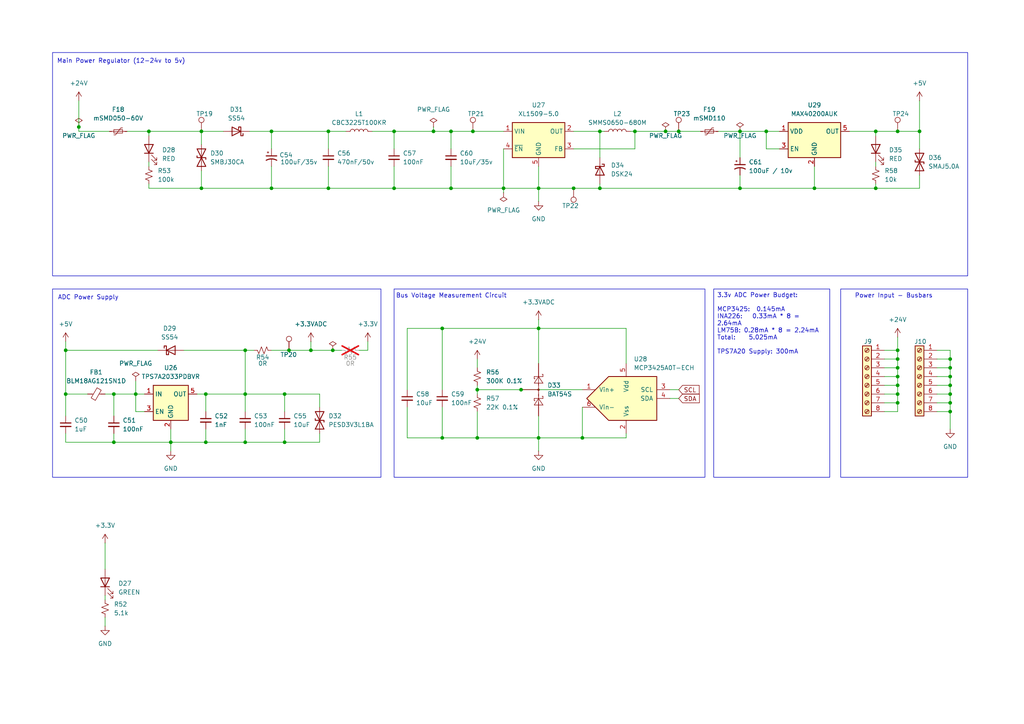
<source format=kicad_sch>
(kicad_sch (version 20250114) (generator "eeschema") (generator_version "9.0")
  (paper "A4")
  (title_block (title "FrothFET 8CH") (date "2024-08-21") (rev "F") (company "https://github.com/hoeken/frothfet"))
  (lib_symbols
    (symbol "Analog_ADC:MCP3425A0T-ECH" (pin_names (offset 1.016))
      (property "Reference" "U" (at -10.16 7.62 0))
      (property "Value" "MCP3425A0T-ECH" (at 2.54 7.62 0))
      (symbol "MCP3425A0T-ECH_0_1"
        (polyline (pts (xy -5.08 6.35) (xy 8.89 6.35) (xy 8.89 0) (xy 8.89 -6.35) (xy -5.08 -6.35) (xy -11.43 0) (xy -5.08 6.35)) (stroke (width 0.254)) (fill (type background)))
      )
      (symbol "MCP3425A0T-ECH_1_1"
        (pin passive line (at -12.7 2.54 0) (length 3.81) (name "Vin+") (number "1"))
        (pin passive line (at -12.7 -2.54 0) (length 3.81) (name "Vin-") (number "6"))
        (pin power_in line (at 0 10.16 270) (length 3.81) (name "Vdd") (number "5"))
        (pin power_in line (at 0 -10.16 90) (length 3.81) (name "Vss") (number "2"))
        (pin input line (at 12.7 2.54 180) (length 3.81) (name "SCL") (number "3"))
        (pin bidirectional line (at 12.7 0 180) (length 3.81) (name "SDA") (number "4"))
      )
    )
    (symbol "Analog_Switch:MAX40200AUK"
      (property "Reference" "U" (at -6.35 6.35 0))
      (property "Value" "MAX40200AUK" (at 7.62 6.35 0))
      (symbol "MAX40200AUK_1_1"
        (rectangle (start -7.62 -5.08) (end 7.62 5.08) (stroke (width 0.254)) (fill (type background)))
        (pin power_in line (at -10.16 2.54 0) (length 2.54) (name "VDD") (number "1"))
        (pin input line (at -10.16 -2.54 0) (length 2.54) (name "EN") (number "3"))
        (pin power_in line (at 0 -7.62 90) (length 2.54) (name "GND") (number "2"))
        (pin no_connect line (at 7.62 -2.54 180) (length 2.54) (hide yes) (name "NC") (number "4"))
        (pin passive line (at 10.16 2.54 180) (length 2.54) (name "OUT") (number "5"))
      )
    )
    (symbol "Connector:Screw_Terminal_01x08" (pin_names (offset 1.016) (hide yes))
      (property "Reference" "J" (at 0 10.16 0))
      (property "Value" "Screw_Terminal_01x08" (at 0 -12.7 0))
      (symbol "Screw_Terminal_01x08_1_1"
        (rectangle (start -1.27 8.89) (end 1.27 -11.43) (stroke (width 0.254)) (fill (type background)))
        (polyline (pts (xy -0.5334 7.9502) (xy 0.3302 7.112)) (stroke (width 0.1524)))
        (polyline (pts (xy -0.5334 5.4102) (xy 0.3302 4.572)) (stroke (width 0.1524)))
        (polyline (pts (xy -0.5334 2.8702) (xy 0.3302 2.032)) (stroke (width 0.1524)))
        (polyline (pts (xy -0.5334 0.3302) (xy 0.3302 -0.508)) (stroke (width 0.1524)))
        (polyline (pts (xy -0.5334 -2.2098) (xy 0.3302 -3.048)) (stroke (width 0.1524)))
        (polyline (pts (xy -0.5334 -4.7498) (xy 0.3302 -5.588)) (stroke (width 0.1524)))
        (polyline (pts (xy -0.5334 -7.2898) (xy 0.3302 -8.128)) (stroke (width 0.1524)))
        (polyline (pts (xy -0.5334 -9.8298) (xy 0.3302 -10.668)) (stroke (width 0.1524)))
        (polyline (pts (xy -0.3556 8.128) (xy 0.508 7.2898)) (stroke (width 0.1524)))
        (polyline (pts (xy -0.3556 5.588) (xy 0.508 4.7498)) (stroke (width 0.1524)))
        (polyline (pts (xy -0.3556 3.048) (xy 0.508 2.2098)) (stroke (width 0.1524)))
        (polyline (pts (xy -0.3556 0.508) (xy 0.508 -0.3302)) (stroke (width 0.1524)))
        (polyline (pts (xy -0.3556 -2.032) (xy 0.508 -2.8702)) (stroke (width 0.1524)))
        (polyline (pts (xy -0.3556 -4.572) (xy 0.508 -5.4102)) (stroke (width 0.1524)))
        (polyline (pts (xy -0.3556 -7.112) (xy 0.508 -7.9502)) (stroke (width 0.1524)))
        (polyline (pts (xy -0.3556 -9.652) (xy 0.508 -10.4902)) (stroke (width 0.1524)))
        (circle (center 0 7.62) (radius 0.635) (stroke (width 0.1524)))
        (circle (center 0 5.08) (radius 0.635) (stroke (width 0.1524)))
        (circle (center 0 2.54) (radius 0.635) (stroke (width 0.1524)))
        (circle (center 0 0) (radius 0.635) (stroke (width 0.1524)))
        (circle (center 0 -2.54) (radius 0.635) (stroke (width 0.1524)))
        (circle (center 0 -5.08) (radius 0.635) (stroke (width 0.1524)))
        (circle (center 0 -7.62) (radius 0.635) (stroke (width 0.1524)))
        (circle (center 0 -10.16) (radius 0.635) (stroke (width 0.1524)))
        (pin passive line (at -5.08 7.62 0) (length 3.81) (name "Pin_1") (number "1"))
        (pin passive line (at -5.08 5.08 0) (length 3.81) (name "Pin_2") (number "2"))
        (pin passive line (at -5.08 2.54 0) (length 3.81) (name "Pin_3") (number "3"))
        (pin passive line (at -5.08 0 0) (length 3.81) (name "Pin_4") (number "4"))
        (pin passive line (at -5.08 -2.54 0) (length 3.81) (name "Pin_5") (number "5"))
        (pin passive line (at -5.08 -5.08 0) (length 3.81) (name "Pin_6") (number "6"))
        (pin passive line (at -5.08 -7.62 0) (length 3.81) (name "Pin_7") (number "7"))
        (pin passive line (at -5.08 -10.16 0) (length 3.81) (name "Pin_8") (number "8"))
      )
    )
    (symbol "Connector:TestPoint" (pin_numbers (hide yes)) (pin_names (offset 0.762) (hide yes))
      (property "Reference" "TP" (at 0 6.858 0))
      (property "Value" "TestPoint" (at 0 5.08 0))
      (symbol "TestPoint_0_1"
        (circle (center 0 3.302) (radius 0.762))
      )
      (symbol "TestPoint_1_1"
        (pin passive line (at 0 0 90) (length 2.54) (name "1") (number "1"))
      )
    )
    (symbol "Device:C_Polarized_Small_US" (pin_numbers (hide yes)) (pin_names (offset 0.254) (hide yes))
      (property "Reference" "C" (at 0.254 1.778 0))
      (property "Value" "C_Polarized_Small_US" (at 0.254 -2.032 0))
      (symbol "C_Polarized_Small_US_0_1"
        (polyline (pts (xy -1.524 0.508) (xy 1.524 0.508)) (stroke (width 0.3048)))
        (polyline (pts (xy -1.27 1.524) (xy -0.762 1.524)))
        (polyline (pts (xy -1.016 1.27) (xy -1.016 1.778)))
        (arc (start -1.524 -0.762) (mid 0 -0.3734) (end 1.524 -0.762) (stroke (width 0.3048)))
      )
      (symbol "C_Polarized_Small_US_1_1"
        (pin passive line (at 0 2.54 270) (length 2.032) (name "~") (number "1"))
        (pin passive line (at 0 -2.54 90) (length 2.032) (name "~") (number "2"))
      )
    )
    (symbol "Device:C_Small" (pin_numbers (hide yes)) (pin_names (offset 0.254) (hide yes))
      (property "Reference" "C" (at 0.254 1.778 0))
      (property "Value" "C_Small" (at 0.254 -2.032 0))
      (symbol "C_Small_0_1"
        (polyline (pts (xy -1.524 0.508) (xy 1.524 0.508)) (stroke (width 0.3048)))
        (polyline (pts (xy -1.524 -0.508) (xy 1.524 -0.508)) (stroke (width 0.3302)))
      )
      (symbol "C_Small_1_1"
        (pin passive line (at 0 2.54 270) (length 2.032) (name "~") (number "1"))
        (pin passive line (at 0 -2.54 90) (length 2.032) (name "~") (number "2"))
      )
    )
    (symbol "Device:D_Schottky" (pin_numbers (hide yes)) (pin_names (offset 1.016) (hide yes))
      (property "Reference" "D" (at 0 2.54 0))
      (property "Value" "D_Schottky" (at 0 -2.54 0))
      (symbol "D_Schottky_0_1"
        (polyline (pts (xy -1.905 0.635) (xy -1.905 1.27) (xy -1.27 1.27) (xy -1.27 -1.27) (xy -0.635 -1.27) (xy -0.635 -0.635)) (stroke (width 0.254)))
        (polyline (pts (xy 1.27 1.27) (xy 1.27 -1.27) (xy -1.27 0) (xy 1.27 1.27)) (stroke (width 0.254)))
        (polyline (pts (xy 1.27 0) (xy -1.27 0)))
      )
      (symbol "D_Schottky_1_1"
        (pin passive line (at -3.81 0 0) (length 2.54) (name "K") (number "1"))
        (pin passive line (at 3.81 0 180) (length 2.54) (name "A") (number "2"))
      )
    )
    (symbol "Device:D_TVS" (pin_numbers (hide yes)) (pin_names (offset 1.016) (hide yes))
      (property "Reference" "D" (at 0 2.54 0))
      (property "Value" "D_TVS" (at 0 -2.54 0))
      (symbol "D_TVS_0_1"
        (polyline (pts (xy -2.54 1.27) (xy -2.54 -1.27) (xy 2.54 1.27) (xy 2.54 -1.27) (xy -2.54 1.27)) (stroke (width 0.254)))
        (polyline (pts (xy 0.508 1.27) (xy 0 1.27) (xy 0 -1.27) (xy -0.508 -1.27)) (stroke (width 0.254)))
        (polyline (pts (xy 1.27 0) (xy -1.27 0)))
      )
      (symbol "D_TVS_1_1"
        (pin passive line (at -3.81 0 0) (length 2.54) (name "A1") (number "1"))
        (pin passive line (at 3.81 0 180) (length 2.54) (name "A2") (number "2"))
      )
    )
    (symbol "Device:FerriteBead_Small" (pin_numbers (hide yes)) (pin_names (offset 0))
      (property "Reference" "FB" (at 1.905 1.27 0))
      (property "Value" "FerriteBead_Small" (at 1.905 -1.27 0))
      (symbol "FerriteBead_Small_0_1"
        (polyline (pts (xy -1.8288 0.2794) (xy -1.1176 1.4986) (xy 1.8288 -0.2032) (xy 1.1176 -1.4224) (xy -1.8288 0.2794)))
        (polyline (pts (xy 0 0.889) (xy 0 1.2954)))
        (polyline (pts (xy 0 -1.27) (xy 0 -0.7874)))
      )
      (symbol "FerriteBead_Small_1_1"
        (pin passive line (at 0 2.54 270) (length 1.27) (name "~") (number "1"))
        (pin passive line (at 0 -2.54 90) (length 1.27) (name "~") (number "2"))
      )
    )
    (symbol "Device:L" (pin_numbers (hide yes)) (pin_names (offset 1.016) (hide yes))
      (property "Reference" "L" (at -1.27 0 90))
      (property "Value" "L" (at 1.905 0 90))
      (symbol "L_0_1"
        (arc (start 0 2.54) (mid 0.6323 1.905) (end 0 1.27))
        (arc (start 0 1.27) (mid 0.6323 0.635) (end 0 0))
        (arc (start 0 0) (mid 0.6323 -0.635) (end 0 -1.27))
        (arc (start 0 -1.27) (mid 0.6323 -1.905) (end 0 -2.54))
      )
      (symbol "L_1_1"
        (pin passive line (at 0 3.81 270) (length 1.27) (name "1") (number "1"))
        (pin passive line (at 0 -3.81 90) (length 1.27) (name "2") (number "2"))
      )
    )
    (symbol "Device:LED" (pin_numbers (hide yes)) (pin_names (offset 1.016) (hide yes))
      (property "Reference" "D" (at 0 2.54 0))
      (property "Value" "LED" (at 0 -2.54 0))
      (symbol "LED_0_1"
        (polyline (pts (xy -3.048 -0.762) (xy -4.572 -2.286) (xy -3.81 -2.286) (xy -4.572 -2.286) (xy -4.572 -1.524)))
        (polyline (pts (xy -1.778 -0.762) (xy -3.302 -2.286) (xy -2.54 -2.286) (xy -3.302 -2.286) (xy -3.302 -1.524)))
        (polyline (pts (xy -1.27 0) (xy 1.27 0)))
        (polyline (pts (xy -1.27 -1.27) (xy -1.27 1.27)) (stroke (width 0.254)))
        (polyline (pts (xy 1.27 -1.27) (xy 1.27 1.27) (xy -1.27 0) (xy 1.27 -1.27)) (stroke (width 0.254)))
      )
      (symbol "LED_1_1"
        (pin passive line (at -3.81 0 0) (length 2.54) (name "K") (number "1"))
        (pin passive line (at 3.81 0 180) (length 2.54) (name "A") (number "2"))
      )
    )
    (symbol "Device:Polyfuse_Small" (pin_numbers (hide yes)) (pin_names (offset 0))
      (property "Reference" "F" (at -1.905 0 90))
      (property "Value" "Polyfuse_Small" (at 1.905 0 90))
      (symbol "Polyfuse_Small_0_1"
        (polyline (pts (xy -1.016 1.27) (xy -1.016 0.762) (xy 1.016 -0.762) (xy 1.016 -1.27)))
        (rectangle (start -0.508 1.27) (end 0.508 -1.27))
        (polyline (pts (xy 0 2.54) (xy 0 -2.54)))
      )
      (symbol "Polyfuse_Small_1_1"
        (pin passive line (at 0 2.54 270) (length 0.635) (name "~") (number "1"))
        (pin passive line (at 0 -2.54 90) (length 0.635) (name "~") (number "2"))
      )
    )
    (symbol "Device:R_Small_US" (pin_numbers (hide yes)) (pin_names (offset 0.254) (hide yes))
      (property "Reference" "R" (at 0.762 0.508 0))
      (property "Value" "R_Small_US" (at 0.762 -1.016 0))
      (symbol "R_Small_US_1_1"
        (polyline (pts (xy 0 1.524) (xy 1.016 1.143) (xy 0 0.762) (xy -1.016 0.381) (xy 0 0)))
        (polyline (pts (xy 0 0) (xy 1.016 -0.381) (xy 0 -0.762) (xy -1.016 -1.143) (xy 0 -1.524)))
        (pin passive line (at 0 2.54 270) (length 1.016) (name "~") (number "1"))
        (pin passive line (at 0 -2.54 90) (length 1.016) (name "~") (number "2"))
      )
    )
    (symbol "Diode:BAT54S" (pin_numbers (hide yes)) (pin_names (offset 0) (hide yes))
      (property "Reference" "D" (at 2.54 -5.08 0))
      (property "Value" "BAT54S" (at -6.35 3.175 0))
      (symbol "BAT54S_0_1"
        (polyline (pts (xy -4.445 1.27) (xy -4.445 -1.27) (xy -2.54 0) (xy -4.445 1.27)))
        (polyline (pts (xy -3.81 0) (xy -1.27 0)))
        (polyline (pts (xy -3.175 -1.27) (xy -3.175 -1.016)))
        (polyline (pts (xy -2.54 1.27) (xy -1.905 1.27)))
        (polyline (pts (xy -2.54 -1.27) (xy -3.175 -1.27)))
        (polyline (pts (xy -2.54 -1.27) (xy -2.54 1.27)))
        (polyline (pts (xy -1.905 1.27) (xy -1.905 1.016)))
        (polyline (pts (xy -1.905 0) (xy 1.905 0)))
        (circle (center 0 0) (radius 0.254) (fill (type outline)))
        (polyline (pts (xy 1.27 0) (xy 3.81 0)))
        (polyline (pts (xy 1.905 1.27) (xy 1.905 -1.27) (xy 3.81 0) (xy 1.905 1.27)))
        (polyline (pts (xy 3.175 -1.27) (xy 3.175 -1.016)))
        (polyline (pts (xy 3.81 1.27) (xy 4.445 1.27)))
        (polyline (pts (xy 3.81 -1.27) (xy 3.175 -1.27)))
        (polyline (pts (xy 3.81 -1.27) (xy 3.81 1.27)))
        (polyline (pts (xy 4.445 1.27) (xy 4.445 1.016)))
      )
      (symbol "BAT54S_1_1"
        (pin passive line (at -7.62 0 0) (length 3.81) (name "A") (number "1"))
        (pin passive line (at 0 -5.08 90) (length 5.08) (name "COM") (number "3"))
        (pin passive line (at 7.62 0 180) (length 3.81) (name "K") (number "2"))
      )
    )
    (symbol "Regulator_Switching:XL1509-5.0"
      (property "Reference" "U" (at -7.112 6.096 0))
      (property "Value" "XL1509-5.0" (at 5.842 6.096 0))
      (symbol "XL1509-5.0_0_1"
        (rectangle (start -7.62 5.08) (end 7.62 -5.08) (stroke (width 0.254)) (fill (type background)))
      )
      (symbol "XL1509-5.0_1_1"
        (pin power_in line (at -10.16 2.54 0) (length 2.54) (name "VIN") (number "1"))
        (pin input line (at -10.16 -2.54 0) (length 2.54) (name "~{EN}") (number "4"))
        (pin power_in line (at 0 -7.62 90) (length 2.54) (name "GND") (number "5"))
        (pin passive line (at 0 -7.62 90) (length 2.54) (hide yes) (name "GND") (number "6"))
        (pin passive line (at 0 -7.62 90) (length 2.54) (hide yes) (name "GND") (number "7"))
        (pin passive line (at 0 -7.62 90) (length 2.54) (hide yes) (name "GND") (number "8"))
        (pin power_out line (at 10.16 2.54 180) (length 2.54) (name "OUT") (number "2"))
        (pin input line (at 10.16 -2.54 180) (length 2.54) (name "FB") (number "3"))
      )
    )
    (symbol "power:+24V" (power) (pin_numbers (hide yes)) (pin_names (offset 0) (hide yes))
      (property "Value" "+24V" (at 0 3.556 0))
      (symbol "+24V_0_1"
        (polyline (pts (xy -0.762 1.27) (xy 0 2.54)))
        (polyline (pts (xy 0 2.54) (xy 0.762 1.27)))
        (polyline (pts (xy 0 0) (xy 0 2.54)))
      )
      (symbol "+24V_1_1"
        (pin power_in line (at 0 0 90) (length 0) (name "~") (number "1"))
      )
    )
    (symbol "power:+3.3V" (power) (pin_numbers (hide yes)) (pin_names (offset 0) (hide yes))
      (property "Value" "+3.3V" (at 0 3.556 0))
      (symbol "+3.3V_0_1"
        (polyline (pts (xy -0.762 1.27) (xy 0 2.54)))
        (polyline (pts (xy 0 2.54) (xy 0.762 1.27)))
        (polyline (pts (xy 0 0) (xy 0 2.54)))
      )
      (symbol "+3.3V_1_1"
        (pin power_in line (at 0 0 90) (length 0) (name "~") (number "1"))
      )
    )
    (symbol "power:+3.3VADC" (power) (pin_numbers (hide yes)) (pin_names (offset 0) (hide yes))
      (property "Value" "+3.3VADC" (at 0 3.556 0))
      (symbol "+3.3VADC_0_0"
        (pin power_in line (at 0 0 90) (length 0) (name "~") (number "1"))
      )
      (symbol "+3.3VADC_0_1"
        (polyline (pts (xy -0.762 1.27) (xy 0 2.54)))
        (polyline (pts (xy 0 2.54) (xy 0.762 1.27)))
        (polyline (pts (xy 0 0) (xy 0 2.54)))
      )
    )
    (symbol "power:+5V" (power) (pin_numbers (hide yes)) (pin_names (offset 0) (hide yes))
      (property "Value" "+5V" (at 0 3.556 0))
      (symbol "+5V_0_1"
        (polyline (pts (xy -0.762 1.27) (xy 0 2.54)))
        (polyline (pts (xy 0 2.54) (xy 0.762 1.27)))
        (polyline (pts (xy 0 0) (xy 0 2.54)))
      )
      (symbol "+5V_1_1"
        (pin power_in line (at 0 0 90) (length 0) (name "~") (number "1"))
      )
    )
    (symbol "power:GND" (power) (pin_numbers (hide yes)) (pin_names (offset 0) (hide yes))
      (property "Value" "GND" (at 0 -3.81 0))
      (symbol "GND_0_1"
        (polyline (pts (xy 0 0) (xy 0 -1.27) (xy 1.27 -1.27) (xy 0 -2.54) (xy -1.27 -1.27) (xy 0 -1.27)))
      )
      (symbol "GND_1_1"
        (pin power_in line (at 0 0 270) (length 0) (name "~") (number "1"))
      )
    )
    (symbol "power:PWR_FLAG" (power) (pin_numbers (hide yes)) (pin_names (offset 0) (hide yes))
      (property "Value" "PWR_FLAG" (at 0 3.81 0))
      (symbol "PWR_FLAG_0_0"
        (pin power_out line (at 0 0 90) (length 0) (name "~") (number "1"))
      )
      (symbol "PWR_FLAG_0_1"
        (polyline (pts (xy 0 0) (xy 0 1.27) (xy -1.016 1.905) (xy 0 2.54) (xy 1.016 1.905) (xy 0 1.27)))
      )
    )
    (symbol "yarrboard:TPS7A2033PDBVR"
      (property "Reference" "U" (at -3.81 6.35 0))
      (property "Value" "TPS7A2033PDBVR" (at 6.35 6.35 0))
      (symbol "TPS7A2033PDBVR_0_1"
        (rectangle (start -5.08 5.08) (end 5.08 -5.08) (stroke (width 0.254)) (fill (type background)))
        (pin input line (at -7.62 -2.54 0) (length 2.54) (name "EN") (number "3"))
        (pin power_in line (at 0 -7.62 90) (length 2.54) (name "GND") (number "2"))
      )
      (symbol "TPS7A2033PDBVR_1_1"
        (pin no_connect line (at -13.97 -10.16 0) (length 2.54) (hide yes) (name "NC") (number "4"))
        (pin power_in line (at -7.62 2.54 0) (length 2.54) (name "IN") (number "1"))
        (pin power_out line (at 7.62 2.54 180) (length 2.54) (name "OUT") (number "5"))
      )
    )
  )
  (rectangle (start 15.24 83.82) (end 110.49 138.43))
  (rectangle (start 15.24 15.24) (end 280.67 80.01))
  (rectangle (start 114.3 83.82) (end 204.47 138.43))
  (rectangle (start 243.84 83.82) (end 280.67 138.43))
  (text "ADC Power Supply" (at 16.764 87.122 0) (effects (font (size 1.27 1.27)) (justify left bottom)))
  (text "Main Power Regulator (12-24v to 5v)" (at 16.51 18.542 0) (effects (font (size 1.27 1.27)) (justify left bottom)))
  (text "Power Input - Busbars" (at 247.904 86.614 0) (effects (font (size 1.27 1.27)) (justify left bottom)))
  (text "Bus Voltage Measurement Circuit" (at 114.808 86.614 0) (effects (font (size 1.27 1.27)) (justify left bottom)))
  (text_box "3.3v ADC Power Budget:\n\nMCP3425:  0.145mA\nINA226:   0.33mA * 8 = 2.64mA\nLM75B: 0.28mA * 8 = 2.24mA\nTotal:    5.025mA\n\nTPS7A20 Supply: 300mA" (at 207.01 83.82 0) (size 33.655 54.61) (margins 0.9525 0.9525 0.9525 0.9525) (effects (font (size 1.27 1.27)) (justify left top)))
  (junction (at 39.37 114.3))
  (junction (at 214.63 54.61))
  (junction (at 275.59 106.68))
  (junction (at 173.99 54.61))
  (junction (at 49.53 128.27))
  (junction (at 130.81 38.1))
  (junction (at 137.16 38.1))
  (junction (at 260.35 101.6))
  (junction (at 156.21 54.61))
  (junction (at 43.18 38.1))
  (junction (at 156.21 95.25))
  (junction (at 58.42 54.61))
  (junction (at 71.12 114.3))
  (junction (at 275.59 114.3))
  (junction (at 138.43 127))
  (junction (at 275.59 109.22))
  (junction (at 78.74 38.1))
  (junction (at 275.59 119.38))
  (junction (at 83.82 101.6))
  (junction (at 114.3 38.1))
  (junction (at 275.59 116.84))
  (junction (at 214.63 38.1))
  (junction (at 254 54.61))
  (junction (at 236.22 54.61))
  (junction (at 82.55 114.3))
  (junction (at 168.91 127))
  (junction (at 19.05 101.6))
  (junction (at 260.35 116.84))
  (junction (at 173.99 38.1))
  (junction (at 33.02 114.3))
  (junction (at 275.59 111.76))
  (junction (at 130.81 54.61))
  (junction (at 166.37 54.61))
  (junction (at 196.85 38.1))
  (junction (at 22.86 36.83))
  (junction (at 114.3 54.61))
  (junction (at 71.12 101.6))
  (junction (at 266.7 38.1))
  (junction (at 151.13 113.03))
  (junction (at 96.52 101.6))
  (junction (at 138.43 113.03))
  (junction (at 184.15 38.1))
  (junction (at 90.17 101.6))
  (junction (at 95.25 54.61))
  (junction (at 128.27 95.25))
  (junction (at 260.35 38.1))
  (junction (at 82.55 128.27))
  (junction (at 59.69 114.3))
  (junction (at 58.42 38.1))
  (junction (at 71.12 128.27))
  (junction (at 260.35 106.68))
  (junction (at 33.02 128.27))
  (junction (at 193.04 38.1))
  (junction (at 260.35 104.14))
  (junction (at 260.35 114.3))
  (junction (at 254 38.1))
  (junction (at 95.25 38.1))
  (junction (at 156.21 127))
  (junction (at 19.05 114.3))
  (junction (at 78.74 54.61))
  (junction (at 222.25 38.1))
  (junction (at 125.73 38.1))
  (junction (at 275.59 104.14))
  (junction (at 59.69 128.27))
  (junction (at 260.35 109.22))
  (junction (at 260.35 111.76))
  (junction (at 128.27 127))
  (junction (at 146.05 54.61))
  (wire (pts (xy 43.18 38.1) (xy 58.42 38.1)))
  (wire (pts (xy 30.48 114.3) (xy 33.02 114.3)))
  (wire (pts (xy 19.05 114.3) (xy 19.05 120.65)))
  (wire (pts (xy 128.27 127) (xy 138.43 127)))
  (wire (pts (xy 106.68 99.06) (xy 106.68 101.6)))
  (wire (pts (xy 106.68 101.6) (xy 104.14 101.6)))
  (wire (pts (xy 260.35 101.6) (xy 260.35 104.14)))
  (wire (pts (xy 82.55 124.46) (xy 82.55 128.27)))
  (wire (pts (xy 125.73 36.83) (xy 125.73 38.1)))
  (wire (pts (xy 138.43 127) (xy 156.21 127)))
  (wire (pts (xy 78.74 54.61) (xy 95.25 54.61)))
  (wire (pts (xy 82.55 114.3) (xy 92.71 114.3)))
  (wire (pts (xy 156.21 95.25) (xy 181.61 95.25)))
  (wire (pts (xy 71.12 128.27) (xy 82.55 128.27)))
  (wire (pts (xy 275.59 119.38) (xy 275.59 124.46)))
  (wire (pts (xy 114.3 54.61) (xy 130.81 54.61)))
  (wire (pts (xy 275.59 109.22) (xy 275.59 106.68)))
  (wire (pts (xy 57.15 114.3) (xy 59.69 114.3)))
  (wire (pts (xy 39.37 110.49) (xy 39.37 114.3)))
  (wire (pts (xy 271.78 104.14) (xy 275.59 104.14)))
  (wire (pts (xy 260.35 111.76) (xy 260.35 114.3)))
  (wire (pts (xy 49.53 124.46) (xy 49.53 128.27)))
  (wire (pts (xy 194.31 113.03) (xy 196.85 113.03)))
  (wire (pts (xy 256.54 101.6) (xy 260.35 101.6)))
  (wire (pts (xy 90.17 99.06) (xy 90.17 101.6)))
  (wire (pts (xy 254 46.99) (xy 254 48.26)))
  (wire (pts (xy 118.11 118.11) (xy 118.11 127)))
  (wire (pts (xy 256.54 116.84) (xy 260.35 116.84)))
  (wire (pts (xy 19.05 128.27) (xy 19.05 125.73)))
  (wire (pts (xy 43.18 53.34) (xy 43.18 54.61)))
  (wire (pts (xy 222.25 38.1) (xy 226.06 38.1)))
  (wire (pts (xy 271.78 116.84) (xy 275.59 116.84)))
  (wire (pts (xy 151.13 113.03) (xy 168.91 113.03)))
  (wire (pts (xy 138.43 113.03) (xy 151.13 113.03)))
  (wire (pts (xy 59.69 128.27) (xy 71.12 128.27)))
  (wire (pts (xy 166.37 38.1) (xy 173.99 38.1)))
  (wire (pts (xy 107.95 38.1) (xy 114.3 38.1)))
  (wire (pts (xy 275.59 104.14) (xy 275.59 101.6)))
  (wire (pts (xy 95.25 38.1) (xy 100.33 38.1)))
  (wire (pts (xy 130.81 54.61) (xy 146.05 54.61)))
  (wire (pts (xy 138.43 113.03) (xy 138.43 114.3)))
  (wire (pts (xy 41.91 119.38) (xy 39.37 119.38)))
  (wire (pts (xy 128.27 95.25) (xy 128.27 113.03)))
  (wire (pts (xy 118.11 95.25) (xy 118.11 113.03)))
  (wire (pts (xy 33.02 128.27) (xy 49.53 128.27)))
  (wire (pts (xy 254 38.1) (xy 260.35 38.1)))
  (wire (pts (xy 114.3 38.1) (xy 114.3 43.18)))
  (wire (pts (xy 168.91 127) (xy 181.61 127)))
  (wire (pts (xy 246.38 38.1) (xy 254 38.1)))
  (wire (pts (xy 45.72 101.6) (xy 19.05 101.6)))
  (wire (pts (xy 30.48 179.07) (xy 30.48 181.61)))
  (wire (pts (xy 266.7 38.1) (xy 266.7 43.18)))
  (wire (pts (xy 266.7 29.21) (xy 266.7 38.1)))
  (wire (pts (xy 275.59 114.3) (xy 275.59 111.76)))
  (wire (pts (xy 49.53 128.27) (xy 49.53 130.81)))
  (wire (pts (xy 271.78 111.76) (xy 275.59 111.76)))
  (wire (pts (xy 71.12 114.3) (xy 82.55 114.3)))
  (wire (pts (xy 19.05 99.06) (xy 19.05 101.6)))
  (wire (pts (xy 33.02 128.27) (xy 19.05 128.27)))
  (wire (pts (xy 156.21 54.61) (xy 166.37 54.61)))
  (wire (pts (xy 271.78 109.22) (xy 275.59 109.22)))
  (wire (pts (xy 146.05 54.61) (xy 156.21 54.61)))
  (wire (pts (xy 125.73 38.1) (xy 130.81 38.1)))
  (wire (pts (xy 260.35 109.22) (xy 260.35 111.76)))
  (wire (pts (xy 33.02 114.3) (xy 39.37 114.3)))
  (wire (pts (xy 254 53.34) (xy 254 54.61)))
  (wire (pts (xy 271.78 119.38) (xy 275.59 119.38)))
  (wire (pts (xy 130.81 48.26) (xy 130.81 54.61)))
  (wire (pts (xy 71.12 101.6) (xy 73.66 101.6)))
  (wire (pts (xy 156.21 127) (xy 156.21 130.81)))
  (wire (pts (xy 71.12 101.6) (xy 71.12 114.3)))
  (wire (pts (xy 173.99 38.1) (xy 173.99 45.72)))
  (wire (pts (xy 184.15 38.1) (xy 184.15 43.18)))
  (wire (pts (xy 181.61 95.25) (xy 181.61 105.41)))
  (wire (pts (xy 236.22 54.61) (xy 254 54.61)))
  (wire (pts (xy 181.61 127) (xy 181.61 125.73)))
  (wire (pts (xy 236.22 48.26) (xy 236.22 54.61)))
  (wire (pts (xy 256.54 114.3) (xy 260.35 114.3)))
  (wire (pts (xy 58.42 38.1) (xy 64.77 38.1)))
  (wire (pts (xy 128.27 118.11) (xy 128.27 127)))
  (wire (pts (xy 196.85 38.1) (xy 203.2 38.1)))
  (wire (pts (xy 78.74 38.1) (xy 78.74 43.18)))
  (wire (pts (xy 271.78 114.3) (xy 275.59 114.3)))
  (wire (pts (xy 58.42 49.53) (xy 58.42 54.61)))
  (wire (pts (xy 78.74 48.26) (xy 78.74 54.61)))
  (wire (pts (xy 43.18 46.99) (xy 43.18 48.26)))
  (wire (pts (xy 275.59 101.6) (xy 271.78 101.6)))
  (wire (pts (xy 156.21 92.71) (xy 156.21 95.25)))
  (wire (pts (xy 208.28 38.1) (xy 214.63 38.1)))
  (wire (pts (xy 156.21 120.65) (xy 156.21 127)))
  (wire (pts (xy 30.48 157.48) (xy 30.48 165.1)))
  (wire (pts (xy 22.86 38.1) (xy 31.75 38.1)))
  (wire (pts (xy 78.74 38.1) (xy 95.25 38.1)))
  (wire (pts (xy 266.7 54.61) (xy 254 54.61)))
  (wire (pts (xy 184.15 43.18) (xy 166.37 43.18)))
  (wire (pts (xy 92.71 128.27) (xy 92.71 125.73)))
  (wire (pts (xy 22.86 36.83) (xy 22.86 38.1)))
  (wire (pts (xy 260.35 106.68) (xy 260.35 109.22)))
  (wire (pts (xy 118.11 127) (xy 128.27 127)))
  (wire (pts (xy 92.71 114.3) (xy 92.71 118.11)))
  (wire (pts (xy 128.27 95.25) (xy 156.21 95.25)))
  (wire (pts (xy 19.05 101.6) (xy 19.05 114.3)))
  (wire (pts (xy 156.21 48.26) (xy 156.21 54.61)))
  (wire (pts (xy 156.21 54.61) (xy 156.21 58.42)))
  (wire (pts (xy 82.55 114.3) (xy 82.55 119.38)))
  (wire (pts (xy 226.06 43.18) (xy 222.25 43.18)))
  (wire (pts (xy 194.31 115.57) (xy 196.85 115.57)))
  (wire (pts (xy 30.48 172.72) (xy 30.48 173.99)))
  (wire (pts (xy 39.37 114.3) (xy 39.37 119.38)))
  (wire (pts (xy 214.63 54.61) (xy 236.22 54.61)))
  (wire (pts (xy 173.99 38.1) (xy 175.26 38.1)))
  (wire (pts (xy 114.3 38.1) (xy 125.73 38.1)))
  (wire (pts (xy 173.99 53.34) (xy 173.99 54.61)))
  (wire (pts (xy 256.54 111.76) (xy 260.35 111.76)))
  (wire (pts (xy 90.17 101.6) (xy 96.52 101.6)))
  (wire (pts (xy 78.74 101.6) (xy 83.82 101.6)))
  (wire (pts (xy 137.16 38.1) (xy 146.05 38.1)))
  (wire (pts (xy 166.37 54.61) (xy 173.99 54.61)))
  (wire (pts (xy 138.43 119.38) (xy 138.43 127)))
  (wire (pts (xy 260.35 116.84) (xy 260.35 119.38)))
  (wire (pts (xy 36.83 38.1) (xy 43.18 38.1)))
  (wire (pts (xy 59.69 114.3) (xy 59.69 119.38)))
  (wire (pts (xy 130.81 38.1) (xy 130.81 43.18)))
  (wire (pts (xy 266.7 50.8) (xy 266.7 54.61)))
  (wire (pts (xy 260.35 97.79) (xy 260.35 101.6)))
  (wire (pts (xy 184.15 38.1) (xy 193.04 38.1)))
  (wire (pts (xy 43.18 54.61) (xy 58.42 54.61)))
  (wire (pts (xy 260.35 104.14) (xy 260.35 106.68)))
  (wire (pts (xy 256.54 119.38) (xy 260.35 119.38)))
  (wire (pts (xy 130.81 38.1) (xy 137.16 38.1)))
  (wire (pts (xy 82.55 128.27) (xy 92.71 128.27)))
  (wire (pts (xy 214.63 38.1) (xy 222.25 38.1)))
  (wire (pts (xy 95.25 54.61) (xy 114.3 54.61)))
  (wire (pts (xy 114.3 48.26) (xy 114.3 54.61)))
  (wire (pts (xy 72.39 38.1) (xy 78.74 38.1)))
  (wire (pts (xy 19.05 114.3) (xy 25.4 114.3)))
  (wire (pts (xy 256.54 109.22) (xy 260.35 109.22)))
  (wire (pts (xy 43.18 39.37) (xy 43.18 38.1)))
  (wire (pts (xy 58.42 54.61) (xy 78.74 54.61)))
  (wire (pts (xy 49.53 128.27) (xy 59.69 128.27)))
  (wire (pts (xy 39.37 114.3) (xy 41.91 114.3)))
  (wire (pts (xy 275.59 111.76) (xy 275.59 109.22)))
  (wire (pts (xy 214.63 50.8) (xy 214.63 54.61)))
  (wire (pts (xy 118.11 95.25) (xy 128.27 95.25)))
  (wire (pts (xy 33.02 114.3) (xy 33.02 120.65)))
  (wire (pts (xy 193.04 38.1) (xy 196.85 38.1)))
  (wire (pts (xy 275.59 106.68) (xy 275.59 104.14)))
  (wire (pts (xy 254 39.37) (xy 254 38.1)))
  (wire (pts (xy 59.69 114.3) (xy 71.12 114.3)))
  (wire (pts (xy 59.69 124.46) (xy 59.69 128.27)))
  (wire (pts (xy 96.52 101.6) (xy 99.06 101.6)))
  (wire (pts (xy 271.78 106.68) (xy 275.59 106.68)))
  (wire (pts (xy 222.25 43.18) (xy 222.25 38.1)))
  (wire (pts (xy 256.54 104.14) (xy 260.35 104.14)))
  (wire (pts (xy 71.12 128.27) (xy 71.12 124.46)))
  (wire (pts (xy 22.86 36.83) (xy 22.86 29.21)))
  (wire (pts (xy 138.43 104.14) (xy 138.43 106.68)))
  (wire (pts (xy 83.82 101.6) (xy 90.17 101.6)))
  (wire (pts (xy 95.25 48.26) (xy 95.25 54.61)))
  (wire (pts (xy 275.59 116.84) (xy 275.59 114.3)))
  (wire (pts (xy 156.21 95.25) (xy 156.21 105.41)))
  (wire (pts (xy 182.88 38.1) (xy 184.15 38.1)))
  (wire (pts (xy 173.99 54.61) (xy 214.63 54.61)))
  (wire (pts (xy 71.12 114.3) (xy 71.12 119.38)))
  (wire (pts (xy 58.42 38.1) (xy 58.42 41.91)))
  (wire (pts (xy 214.63 38.1) (xy 214.63 45.72)))
  (wire (pts (xy 275.59 119.38) (xy 275.59 116.84)))
  (wire (pts (xy 138.43 111.76) (xy 138.43 113.03)))
  (wire (pts (xy 260.35 38.1) (xy 266.7 38.1)))
  (wire (pts (xy 95.25 43.18) (xy 95.25 38.1)))
  (wire (pts (xy 53.34 101.6) (xy 71.12 101.6)))
  (wire (pts (xy 260.35 114.3) (xy 260.35 116.84)))
  (wire (pts (xy 146.05 43.18) (xy 146.05 54.61)))
  (wire (pts (xy 33.02 125.73) (xy 33.02 128.27)))
  (wire (pts (xy 156.21 127) (xy 168.91 127)))
  (wire (pts (xy 256.54 106.68) (xy 260.35 106.68)))
  (wire (pts (xy 168.91 118.11) (xy 168.91 127)))
  (wire (pts (xy 146.05 55.88) (xy 146.05 54.61)))
  (global_label "SCL" (shape input) (at 196.85 113.03 0) (property "Intersheetrefs" "${INTERSHEET_REFS}" (effects (hide yes))))
  (global_label "SDA" (shape input) (at 196.85 115.57 0) (property "Intersheetrefs" "${INTERSHEET_REFS}" (effects (hide yes))))
  (symbol (lib_id "Device:C_Small") (at 82.55 121.92 0) (unit 1)
    (property "Reference" "C55" (at 85.09 120.6562 0) (effects (justify left)))
    (property "Value" "10uF" (at 85.09 123.1962 0) (effects (justify left)))
    (property "Footprint" "Capacitor_SMD:C_0805_2012Metric" (effects (hide yes)))
    (property "Description" "Unpolarized capacitor, small symbol" (effects (hide yes)))
    (property "LCSC" "C527225" (effects (hide yes)))
  )
  (symbol (lib_id "Diode:BAT54S") (at 156.21 113.03 270) (mirror x) (unit 1)
    (property "Reference" "D33" (at 158.75 111.76 90) (effects (justify left)))
    (property "Value" "BAT54S" (at 158.75 114.3 90) (effects (justify left)))
    (property "Footprint" "Package_TO_SOT_SMD:SOT-23" (effects (hide yes)))
    (property "Datasheet" "https://www.diodes.com/assets/Datasheets/ds11005.pdf" (effects (hide yes)))
    (property "LCSC" "C727126" (effects (hide yes)))
  )
  (symbol (lib_id "Device:R_Small_US") (at 43.18 50.8 0) (unit 1)
    (property "Reference" "R53" (at 45.72 49.5299 0) (effects (justify left)))
    (property "Value" "100k" (at 45.72 52.0699 0) (effects (justify left)))
    (property "Footprint" "Resistor_SMD:R_0603_1608Metric" (effects (hide yes)))
  )
  (symbol (lib_id "Device:R_Small_US") (at 254 50.8 0) (unit 1)
    (property "Reference" "R58" (at 256.54 49.5299 0) (effects (justify left)))
    (property "Value" "10k" (at 256.54 52.0699 0) (effects (justify left)))
    (property "Footprint" "Resistor_SMD:R_0603_1608Metric" (effects (hide yes)))
  )
  (symbol (lib_id "Device:C_Small") (at 130.81 45.72 0) (unit 1)
    (property "Reference" "C60" (at 133.35 44.4563 0) (effects (justify left)))
    (property "Value" "10uF/35v" (at 133.35 46.9963 0) (effects (justify left)))
    (property "Footprint" "Capacitor_SMD:C_0603_1608Metric" (effects (hide yes)))
  )
  (symbol (lib_id "Device:C_Small") (at 19.05 123.19 0) (unit 1)
    (property "Reference" "C50" (at 21.59 121.9263 0) (effects (justify left)))
    (property "Value" "1uF" (at 21.59 124.4663 0) (effects (justify left)))
    (property "Footprint" "Capacitor_SMD:C_0603_1608Metric" (effects (hide yes)))
  )
  (symbol (lib_id "Device:FerriteBead_Small") (at 27.94 114.3 90) (unit 1)
    (property "Reference" "FB1" (at 27.9019 107.95 90))
    (property "Value" "BLM18AG121SN1D" (at 27.9019 110.49 90))
    (property "Footprint" "Inductor_SMD:L_0603_1608Metric" (effects (hide yes)))
  )
  (symbol (lib_id "Device:D_Schottky") (at 173.99 49.53 270) (unit 1)
    (property "Reference" "D34" (at 177.165 47.9425 90) (effects (justify left)))
    (property "Value" "DSK24" (at 177.165 50.4825 90) (effects (justify left)))
    (property "Footprint" "Diode_SMD:D_SOD-123" (effects (hide yes)))
    (property "LCSC" "C908229" (effects (hide yes)))
  )
  (symbol (lib_id "power:PWR_FLAG") (at 125.73 36.83 0) (unit 1)
    (property "Reference" "#FLG04" (effects (hide yes)))
    (property "Value" "PWR_FLAG" (at 125.73 31.75 0))
    (property "Description" "Special symbol for telling ERC where power comes from" (effects (hide yes)))
  )
  (symbol (lib_id "power:PWR_FLAG") (at 39.37 110.49 0) (unit 1)
    (property "Reference" "#FLG02" (effects (hide yes)))
    (property "Value" "PWR_FLAG" (at 39.37 105.41 0))
    (property "Description" "Special symbol for telling ERC where power comes from" (effects (hide yes)))
  )
  (symbol (lib_id "Connector:Screw_Terminal_01x08") (at 251.46 109.22 0) (mirror y) (unit 1) (in_bom no)
    (property "Reference" "J9" (at 251.714 99.06 0))
    (property "Value" "Screw_Terminal_01x08" (effects (hide yes)))
    (property "Footprint" "yarrboard:Frothfet Busbar Positive Rev E" (effects (hide yes)))
    (property "Description" "Generic screw terminal, single row, 01x08, script generated (kicad-library-utils/schlib/autogen/connector/)" (effects (hide yes)))
  )
  (symbol (lib_id "yarrboard:TPS7A2033PDBVR") (at 49.53 116.84 0) (unit 1)
    (property "Reference" "U26" (at 49.53 106.68 0))
    (property "Value" "TPS7A2033PDBVR" (at 49.53 109.22 0))
    (property "Footprint" "Package_TO_SOT_SMD:SOT-23-5" (effects (hide yes)))
    (property "Datasheet" "https://www.ti.com/lit/ds/symlink/tps7a20.pdf" (effects (hide yes)))
    (property "Description" "300 mA Low Dropout Voltage Regulator, Fixed Output, 1.6..6.0Vin, Low-Noise (7μV RMS), 6.5μA IQ LDO, X2SON-5" (effects (hide yes)))
    (property "Mouser" " 579-MCP1754ST3302EMB " (effects (hide yes)))
  )
  (symbol (lib_id "Device:LED") (at 43.18 43.18 90) (unit 1)
    (property "Reference" "D28" (at 46.99 43.4974 90) (effects (justify right)))
    (property "Value" "RED" (at 46.99 46.0374 90) (effects (justify right)))
    (property "Footprint" "LED_SMD:LED_0603_1608Metric" (effects (hide yes)))
    (property "Description" "Light emitting diode" (effects (hide yes)))
    (property "LCSC" "C2286" (effects (hide yes)))
    (property "Sim.Pins" "1=K 2=A" (effects (hide yes)))
  )
  (symbol (lib_id "power:+5V") (at 19.05 99.06 0) (unit 1)
    (property "Reference" "#PWR0131" (effects (hide yes)))
    (property "Value" "+5V" (at 19.05 93.98 0))
    (property "Description" "Power symbol creates a global label with name \"+5V\"" (effects (hide yes)))
  )
  (symbol (lib_id "Device:C_Small") (at 59.69 121.92 0) (unit 1)
    (property "Reference" "C52" (at 62.23 120.6563 0) (effects (justify left)))
    (property "Value" "1nF" (at 62.23 123.1963 0) (effects (justify left)))
    (property "Footprint" "Capacitor_SMD:C_0402_1005Metric" (effects (hide yes)))
  )
  (symbol (lib_id "power:PWR_FLAG") (at 193.04 38.1 0) (unit 1)
    (property "Reference" "#FLG06" (effects (hide yes)))
    (property "Value" "PWR_FLAG" (at 193.04 39.37 0))
    (property "Description" "Special symbol for telling ERC where power comes from" (effects (hide yes)))
  )
  (symbol (lib_id "Device:L") (at 179.07 38.1 90) (unit 1)
    (property "Reference" "L2" (at 179.07 33.02 90))
    (property "Value" "SMMS0650-680M" (at 179.07 35.56 90))
    (property "Footprint" "Inductor_SMD:L_Chilisin_BMRB00060650" (effects (hide yes)))
    (property "LCSC" "C2894721" (effects (hide yes)))
  )
  (symbol (lib_id "power:PWR_FLAG") (at 22.86 36.83 0) (unit 1)
    (property "Reference" "#FLG01" (effects (hide yes)))
    (property "Value" "PWR_FLAG" (at 22.86 39.37 0))
    (property "Description" "Special symbol for telling ERC where power comes from" (effects (hide yes)))
  )
  (symbol (lib_id "power:+3.3V") (at 106.68 99.06 0) (mirror y) (unit 1)
    (property "Reference" "#PWR0137" (effects (hide yes)))
    (property "Value" "+3.3V" (at 106.68 93.98 0))
    (property "Description" "Power symbol creates a global label with name \"+3.3V\"" (effects (hide yes)))
  )
  (symbol (lib_id "power:+3.3V") (at 30.48 157.48 0) (unit 1)
    (property "Reference" "#PWR0133" (effects (hide yes)))
    (property "Value" "+3.3V" (at 30.48 152.4 0))
    (property "Description" "Power symbol creates a global label with name \"+3.3V\"" (effects (hide yes)))
  )
  (symbol (lib_id "Device:LED") (at 30.48 168.91 90) (unit 1)
    (property "Reference" "D27" (at 34.29 169.2274 90) (effects (justify right)))
    (property "Value" "GREEN" (at 34.29 171.7674 90) (effects (justify right)))
    (property "Footprint" "LED_SMD:LED_0603_1608Metric" (effects (hide yes)))
    (property "Description" "Light emitting diode" (effects (hide yes)))
    (property "Sim.Pins" "1=K 2=A" (effects (hide yes)))
  )
  (symbol (lib_id "Device:C_Small") (at 114.3 45.72 0) (unit 1)
    (property "Reference" "C57" (at 116.84 44.4563 0) (effects (justify left)))
    (property "Value" "100nF" (at 116.84 46.9963 0) (effects (justify left)))
    (property "Footprint" "Capacitor_SMD:C_0603_1608Metric" (effects (hide yes)))
  )
  (symbol (lib_id "Device:L") (at 104.14 38.1 90) (unit 1)
    (property "Reference" "L1" (at 104.14 33.02 90))
    (property "Value" "CBC3225T100KR" (at 104.14 35.56 90))
    (property "Footprint" "Inductor_SMD:L_1210_3225Metric" (effects (hide yes)))
    (property "LCSC" "C90321" (effects (hide yes)))
  )
  (symbol (lib_id "power:GND") (at 156.21 130.81 0) (unit 1)
    (property "Reference" "#PWR0141" (effects (hide yes)))
    (property "Value" "GND" (at 156.21 135.89 0))
    (property "Description" "Power symbol creates a global label with name \"GND\" , ground" (effects (hide yes)))
  )
  (symbol (lib_id "power:+3.3VADC") (at 90.17 99.06 0) (mirror y) (unit 1)
    (property "Reference" "#PWR0136" (effects (hide yes)))
    (property "Value" "+3.3VADC" (at 90.17 93.98 0))
    (property "Description" "Power symbol creates a global label with name \"+3.3VADC\"" (effects (hide yes)))
  )
  (symbol (lib_id "Connector:Screw_Terminal_01x08") (at 266.7 109.22 0) (mirror y) (unit 1) (in_bom no)
    (property "Reference" "J10" (at 266.954 99.06 0))
    (property "Value" "Screw_Terminal_01x08" (effects (hide yes)))
    (property "Footprint" "yarrboard:Frothfet Busbar Negative Rev E" (effects (hide yes)))
    (property "Description" "Generic screw terminal, single row, 01x08, script generated (kicad-library-utils/schlib/autogen/connector/)" (effects (hide yes)))
  )
  (symbol (lib_id "Connector:TestPoint") (at 166.37 54.61 180) (unit 1) (in_bom no)
    (property "Reference" "TP22" (at 167.894 59.69 0) (effects (justify left)))
    (property "Footprint" "TestPoint:TestPoint_THTPad_D1.5mm_Drill0.7mm" (effects (hide yes)))
    (property "Description" "test point" (effects (hide yes)))
  )
  (symbol (lib_id "Device:C_Polarized_Small_US") (at 214.63 48.26 0) (unit 1)
    (property "Reference" "C61" (at 217.17 46.9963 0) (effects (justify left)))
    (property "Value" "100uF / 10v" (at 217.17 49.5363 0) (effects (justify left)))
    (property "Footprint" "Capacitor_Tantalum_SMD:CP_EIA-3528-21_Kemet-B" (effects (hide yes)))
    (property "LCSC" "C7196" (effects (hide yes)))
  )
  (symbol (lib_id "Device:D_TVS") (at 58.42 45.72 90) (unit 1)
    (property "Reference" "D30" (at 60.96 44.45 90) (effects (justify right)))
    (property "Value" "SMBJ30CA" (at 60.96 46.99 90) (effects (justify right)))
    (property "Footprint" "Diode_SMD:D_SMB" (effects (hide yes)))
    (property "LCSC" "C113999" (effects (hide yes)))
  )
  (symbol (lib_id "Device:D_Schottky") (at 49.53 101.6 0) (unit 1)
    (property "Reference" "D29" (at 49.2125 95.25 0))
    (property "Value" "SS54" (at 49.2125 97.79 0))
    (property "Footprint" "Diode_SMD:D_SMA" (effects (hide yes)))
  )
  (symbol (lib_id "Connector:TestPoint") (at 83.82 101.6 0) (unit 1) (in_bom no)
    (property "Reference" "TP20" (at 81.28 102.87 0) (effects (justify left)))
    (property "Footprint" "TestPoint:TestPoint_THTPad_D1.5mm_Drill0.7mm" (effects (hide yes)))
    (property "Description" "test point" (effects (hide yes)))
  )
  (symbol (lib_id "Device:R_Small_US") (at 138.43 109.22 180) (unit 1)
    (property "Reference" "R56" (at 140.97 107.95 0) (effects (justify right)))
    (property "Value" "300K 0.1%" (at 140.97 110.49 0) (effects (justify right)))
    (property "Footprint" "Resistor_SMD:R_0603_1608Metric" (effects (hide yes)))
    (property "LCSC" "C705762" (effects (hide yes)))
  )
  (symbol (lib_id "Connector:TestPoint") (at 58.42 38.1 0) (unit 1) (in_bom no)
    (property "Reference" "TP19" (at 56.896 33.02 0) (effects (justify left)))
    (property "Footprint" "TestPoint:TestPoint_THTPad_D1.5mm_Drill0.7mm" (effects (hide yes)))
    (property "Description" "test point" (effects (hide yes)))
  )
  (symbol (lib_id "power:GND") (at 30.48 181.61 0) (unit 1)
    (property "Reference" "#PWR0134" (effects (hide yes)))
    (property "Value" "GND" (at 30.48 186.69 0))
    (property "Description" "Power symbol creates a global label with name \"GND\" , ground" (effects (hide yes)))
  )
  (symbol (lib_id "Regulator_Switching:XL1509-5.0") (at 156.21 40.64 0) (unit 1)
    (property "Reference" "U27" (at 156.21 30.48 0))
    (property "Value" "XL1509-5.0" (at 156.21 33.02 0))
    (property "Footprint" "Package_SO:SOIC-8_3.9x4.9mm_P1.27mm" (effects (hide yes)))
    (property "Datasheet" "https://datasheet.lcsc.com/lcsc/1809050422_XLSEMI-XL1509-5-0E1_C61063.pdf" (effects (hide yes)))
    (property "LCSC" "C2902368" (effects (hide yes)))
    (property "Rotation Offset" "180" (effects (hide yes)))
  )
  (symbol (lib_id "power:+24V") (at 138.43 104.14 0) (unit 1)
    (property "Reference" "#PWR0138" (effects (hide yes)))
    (property "Value" "+24V" (at 138.43 99.06 0))
    (property "Description" "Power symbol creates a global label with name \"+24V\"" (effects (hide yes)))
  )
  (symbol (lib_id "Connector:TestPoint") (at 196.85 38.1 0) (unit 1) (in_bom no)
    (property "Reference" "TP23" (at 195.326 33.02 0) (effects (justify left)))
    (property "Footprint" "TestPoint:TestPoint_THTPad_D1.5mm_Drill0.7mm" (effects (hide yes)))
    (property "Description" "test point" (effects (hide yes)))
  )
  (symbol (lib_id "Analog_Switch:MAX40200AUK") (at 236.22 40.64 0) (unit 1)
    (property "Reference" "U29" (at 236.22 30.48 0))
    (property "Value" "MAX40200AUK" (at 236.22 33.02 0))
    (property "Footprint" "Package_TO_SOT_SMD:SOT-23-5" (effects (hide yes)))
    (property "Datasheet" "https://datasheets.maximintegrated.com/en/ds/MAX40200.pdf" (effects (hide yes)))
    (property "Description" "Ideal Diode, Ultra-Low Voltage Drop, 1.5-5.5V, 1A, SOT-23-5" (effects (hide yes)))
    (property "LCSC" "C2649430" (effects (hide yes)))
    (property "Rotation Offset" "90" (effects (hide yes)))
  )
  (symbol (lib_id "Connector:TestPoint") (at 260.35 38.1 0) (unit 1) (in_bom no)
    (property "Reference" "TP24" (at 258.826 33.02 0) (effects (justify left)))
    (property "Footprint" "TestPoint:TestPoint_THTPad_D1.5mm_Drill0.7mm" (effects (hide yes)))
    (property "Description" "test point" (effects (hide yes)))
  )
  (symbol (lib_id "Device:Polyfuse_Small") (at 205.74 38.1 270) (unit 1)
    (property "Reference" "F19" (at 205.74 31.75 90))
    (property "Value" "mSMD110" (at 205.74 34.29 90))
    (property "Footprint" "Fuse:Fuse_1812_4532Metric" (effects (hide yes)))
    (property "LCSC" "C69691" (effects (hide yes)))
  )
  (symbol (lib_id "Device:C_Polarized_Small_US") (at 78.74 45.72 0) (unit 1)
    (property "Reference" "C54" (at 81.026 44.958 0) (effects (justify left)))
    (property "Value" "100uF/35v" (at 81.28 46.99 0) (effects (justify left)))
    (property "Footprint" "Capacitor_SMD:CP_Elec_6.3x7.7" (effects (hide yes)))
    (property "Description" "Polarized capacitor, small US symbol" (effects (hide yes)))
    (property "LCSC" "C2836442" (effects (hide yes)))
    (property "Rotation Offset" "180" (effects (hide yes)))
  )
  (symbol (lib_id "Device:LED") (at 254 43.18 90) (unit 1)
    (property "Reference" "D35" (at 257.81 43.4974 90) (effects (justify right)))
    (property "Value" "RED" (at 257.81 46.0374 90) (effects (justify right)))
    (property "Footprint" "LED_SMD:LED_0603_1608Metric" (effects (hide yes)))
    (property "Description" "Light emitting diode" (effects (hide yes)))
    (property "LCSC" "C2286" (effects (hide yes)))
    (property "Sim.Pins" "1=K 2=A" (effects (hide yes)))
  )
  (symbol (lib_id "power:GND") (at 275.59 124.46 0) (unit 1)
    (property "Reference" "#PWR0144" (effects (hide yes)))
    (property "Value" "GND" (at 275.59 129.54 0))
    (property "Description" "Power symbol creates a global label with name \"GND\" , ground" (effects (hide yes)))
  )
  (symbol (lib_id "power:+24V") (at 260.35 97.79 0) (unit 1)
    (property "Reference" "#PWR0142" (effects (hide yes)))
    (property "Value" "+24V" (at 260.35 92.71 0))
    (property "Description" "Power symbol creates a global label with name \"+24V\"" (effects (hide yes)))
  )
  (symbol (lib_id "Device:Polyfuse_Small") (at 34.29 38.1 270) (unit 1)
    (property "Reference" "F18" (at 34.29 31.75 90))
    (property "Value" "mSMD050-60V" (at 34.29 34.29 90))
    (property "Footprint" "Fuse:Fuse_1812_4532Metric" (effects (hide yes)))
    (property "LCSC" "C70113" (effects (hide yes)))
  )
  (symbol (lib_id "power:GND") (at 156.21 58.42 0) (unit 1)
    (property "Reference" "#PWR0139" (effects (hide yes)))
    (property "Value" "GND" (at 156.21 63.5 0))
    (property "Description" "Power symbol creates a global label with name \"GND\" , ground" (effects (hide yes)))
  )
  (symbol (lib_id "Device:R_Small_US") (at 76.2 101.6 90) (mirror x) (unit 1)
    (property "Reference" "R54" (at 76.2 103.632 90))
    (property "Value" "0R" (at 76.2 105.41 90))
    (property "Footprint" "Resistor_SMD:R_0603_1608Metric" (effects (hide yes)))
  )
  (symbol (lib_id "Device:D_TVS") (at 266.7 46.99 90) (unit 1)
    (property "Reference" "D36" (at 269.24 45.72 90) (effects (justify right)))
    (property "Value" "SMAJ5.0A" (at 269.24 48.26 90) (effects (justify right)))
    (property "Footprint" "Diode_SMD:D_SMA" (effects (hide yes)))
    (property "LCSC" "C87074" (effects (hide yes)))
  )
  (symbol (lib_id "Device:C_Small") (at 128.27 115.57 0) (unit 1)
    (property "Reference" "C59" (at 130.81 114.3063 0) (effects (justify left)))
    (property "Value" "100nF" (at 130.81 116.8463 0) (effects (justify left)))
    (property "Footprint" "Capacitor_SMD:C_0603_1608Metric" (effects (hide yes)))
  )
  (symbol (lib_id "Device:C_Small") (at 33.02 123.19 0) (unit 1)
    (property "Reference" "C51" (at 35.56 121.9263 0) (effects (justify left)))
    (property "Value" "100nF" (at 35.56 124.4663 0) (effects (justify left)))
    (property "Footprint" "Capacitor_SMD:C_0603_1608Metric" (effects (hide yes)))
  )
  (symbol (lib_id "power:+5V") (at 266.7 29.21 0) (unit 1)
    (property "Reference" "#PWR0143" (effects (hide yes)))
    (property "Value" "+5V" (at 266.7 24.13 0))
    (property "Description" "Power symbol creates a global label with name \"+5V\"" (effects (hide yes)))
  )
  (symbol (lib_id "power:GND") (at 49.53 130.81 0) (unit 1)
    (property "Reference" "#PWR0135" (effects (hide yes)))
    (property "Value" "GND" (at 49.53 135.89 0))
    (property "Description" "Power symbol creates a global label with name \"GND\" , ground" (effects (hide yes)))
  )
  (symbol (lib_id "Device:R_Small_US") (at 101.6 101.6 90) (mirror x) (unit 1) (dnp yes)
    (property "Reference" "R55" (at 101.6 103.632 90))
    (property "Value" "0R" (at 101.6 105.41 90))
    (property "Footprint" "Resistor_SMD:R_0603_1608Metric" (effects (hide yes)))
    (property "LCSC" "C96345" (effects (hide yes)))
  )
  (symbol (lib_id "Device:R_Small_US") (at 138.43 116.84 180) (unit 1)
    (property "Reference" "R57" (at 140.97 115.57 0) (effects (justify right)))
    (property "Value" "22K 0.1%" (at 140.97 118.11 0) (effects (justify right)))
    (property "Footprint" "Resistor_SMD:R_0603_1608Metric" (effects (hide yes)))
    (property "LCSC" "C469656" (effects (hide yes)))
  )
  (symbol (lib_id "Analog_ADC:MCP3425A0T-ECH") (at 181.61 115.57 0) (unit 1)
    (property "Reference" "U28" (at 183.8041 104.14 0) (effects (justify left)))
    (property "Value" "MCP3425A0T-ECH" (at 183.8041 106.68 0) (effects (justify left)))
    (property "Footprint" "Package_TO_SOT_SMD:SOT-23-6" (effects (hide yes)))
    (property "Datasheet" "http://ww1.microchip.com/downloads/en/DeviceDoc/22072b.pdf" (effects (hide yes)))
    (property "Mouser" "579-MCP3425A0T-E/CH " (effects (hide yes)))
    (property "LCSC" "C66823" (effects (hide yes)))
  )
  (symbol (lib_id "Device:D_Schottky") (at 68.58 38.1 180) (unit 1)
    (property "Reference" "D31" (at 68.58 31.75 0))
    (property "Value" "SS54" (at 68.58 34.29 0))
    (property "Footprint" "Diode_SMD:D_SMA" (effects (hide yes)))
  )
  (symbol (lib_id "power:+24V") (at 22.86 29.21 0) (unit 1)
    (property "Reference" "#PWR0132" (effects (hide yes)))
    (property "Value" "+24V" (at 22.86 24.13 0))
    (property "Description" "Power symbol creates a global label with name \"+24V\"" (effects (hide yes)))
  )
  (symbol (lib_id "Device:D_TVS") (at 92.71 121.92 90) (unit 1)
    (property "Reference" "D32" (at 95.25 120.65 90) (effects (justify right)))
    (property "Value" "PESD3V3L1BA" (at 95.25 123.19 90) (effects (justify right)))
    (property "Footprint" "Diode_SMD:D_SOD-323" (effects (hide yes)))
    (property "LCSC" "C316020" (effects (hide yes)))
  )
  (symbol (lib_id "Device:C_Small") (at 95.25 45.72 0) (unit 1)
    (property "Reference" "C56" (at 97.79 44.4563 0) (effects (justify left)))
    (property "Value" "470nF/50v" (at 97.79 46.9963 0) (effects (justify left)))
    (property "Footprint" "Capacitor_SMD:C_0603_1608Metric" (effects (hide yes)))
  )
  (symbol (lib_id "Device:C_Small") (at 71.12 121.92 0) (unit 1)
    (property "Reference" "C53" (at 73.66 120.6563 0) (effects (justify left)))
    (property "Value" "100nF" (at 73.66 123.1963 0) (effects (justify left)))
    (property "Footprint" "Capacitor_SMD:C_0603_1608Metric" (effects (hide yes)))
  )
  (symbol (lib_id "Device:R_Small_US") (at 30.48 176.53 0) (unit 1)
    (property "Reference" "R52" (at 33.02 175.2599 0) (effects (justify left)))
    (property "Value" "5.1k" (at 33.02 177.7999 0) (effects (justify left)))
    (property "Footprint" "Resistor_SMD:R_0603_1608Metric" (effects (hide yes)))
    (property "Description" "Resistor, small US symbol" (effects (hide yes)))
  )
  (symbol (lib_id "power:PWR_FLAG") (at 214.63 38.1 0) (unit 1)
    (property "Reference" "#FLG07" (effects (hide yes)))
    (property "Value" "PWR_FLAG" (at 214.63 39.37 0))
    (property "Description" "Special symbol for telling ERC where power comes from" (effects (hide yes)))
  )
  (symbol (lib_id "Device:C_Small") (at 118.11 115.57 0) (unit 1)
    (property "Reference" "C58" (at 120.65 114.3063 0) (effects (justify left)))
    (property "Value" "10uF" (at 120.65 116.8463 0) (effects (justify left)))
    (property "Footprint" "Capacitor_SMD:C_0603_1608Metric" (effects (hide yes)))
  )
  (symbol (lib_id "Connector:TestPoint") (at 137.16 38.1 0) (unit 1) (in_bom no)
    (property "Reference" "TP21" (at 135.636 33.02 0) (effects (justify left)))
    (property "Footprint" "TestPoint:TestPoint_THTPad_D1.5mm_Drill0.7mm" (effects (hide yes)))
    (property "Description" "test point" (effects (hide yes)))
  )
  (symbol (lib_id "power:+3.3VADC") (at 156.21 92.71 0) (unit 1)
    (property "Reference" "#PWR0140" (effects (hide yes)))
    (property "Value" "+3.3VADC" (at 156.21 87.63 0))
    (property "Description" "Power symbol creates a global label with name \"+3.3VADC\"" (effects (hide yes)))
  )
  (symbol (lib_id "power:PWR_FLAG") (at 96.52 101.6 0) (unit 1)
    (property "Reference" "#FLG03" (effects (hide yes)))
    (property "Value" "PWR_FLAG" (effects (hide yes)))
    (property "Description" "Special symbol for telling ERC where power comes from" (effects (hide yes)))
  )
  (symbol (lib_id "power:PWR_FLAG") (at 146.05 55.88 180) (unit 1)
    (property "Reference" "#FLG05" (effects (hide yes)))
    (property "Value" "PWR_FLAG" (at 146.05 60.96 0))
    (property "Description" "Special symbol for telling ERC where power comes from" (effects (hide yes)))
  )
)
</source>
